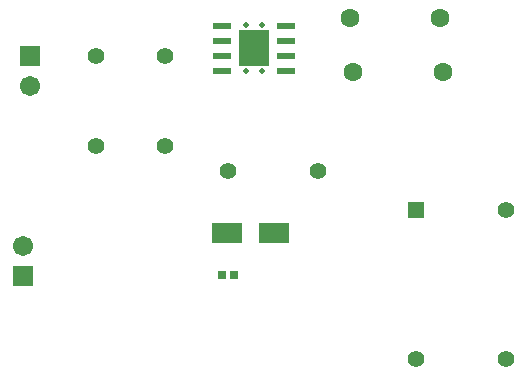
<source format=gts>
G04*
G04 #@! TF.GenerationSoftware,Altium Limited,Altium Designer,22.11.1 (43)*
G04*
G04 Layer_Color=8388736*
%FSLAX25Y25*%
%MOIN*%
G70*
G04*
G04 #@! TF.SameCoordinates,0EF54BBF-8022-4FFE-BA48-DBC816024316*
G04*
G04*
G04 #@! TF.FilePolarity,Negative*
G04*
G01*
G75*
%ADD14R,0.10236X0.12205*%
%ADD15R,0.06102X0.02362*%
%ADD17R,0.09843X0.06693*%
%ADD18R,0.03162X0.02769*%
%ADD19R,0.06706X0.06706*%
%ADD20C,0.06706*%
%ADD21C,0.05524*%
%ADD22R,0.05524X0.05524*%
%ADD23C,0.06312*%
%ADD24C,0.05800*%
%ADD25C,0.01968*%
D14*
X371598Y355000D02*
D03*
D15*
X360968Y347500D02*
D03*
Y352500D02*
D03*
Y357500D02*
D03*
Y362500D02*
D03*
X382228D02*
D03*
Y357500D02*
D03*
Y352500D02*
D03*
Y347500D02*
D03*
D17*
X378343Y293500D02*
D03*
X362595D02*
D03*
D18*
X364937Y279500D02*
D03*
X361000D02*
D03*
D19*
X294468Y279000D02*
D03*
X296969Y352500D02*
D03*
D20*
X294468Y289000D02*
D03*
X296969Y342500D02*
D03*
D21*
X392969Y314000D02*
D03*
X362968D02*
D03*
X341968Y352500D02*
D03*
Y322500D02*
D03*
X318969Y352500D02*
D03*
Y322500D02*
D03*
X455469Y301000D02*
D03*
X425500Y251500D02*
D03*
X455500D02*
D03*
D22*
X425468Y301000D02*
D03*
D23*
X434469Y347000D02*
D03*
X404468D02*
D03*
X403469Y365000D02*
D03*
X433468D02*
D03*
D24*
X379000Y293500D02*
D03*
X371598Y355000D02*
D03*
D25*
X369039Y362677D02*
D03*
X374158D02*
D03*
X369039Y357559D02*
D03*
X374158D02*
D03*
X369039Y352441D02*
D03*
X374158D02*
D03*
X369039Y347323D02*
D03*
X374158D02*
D03*
M02*

</source>
